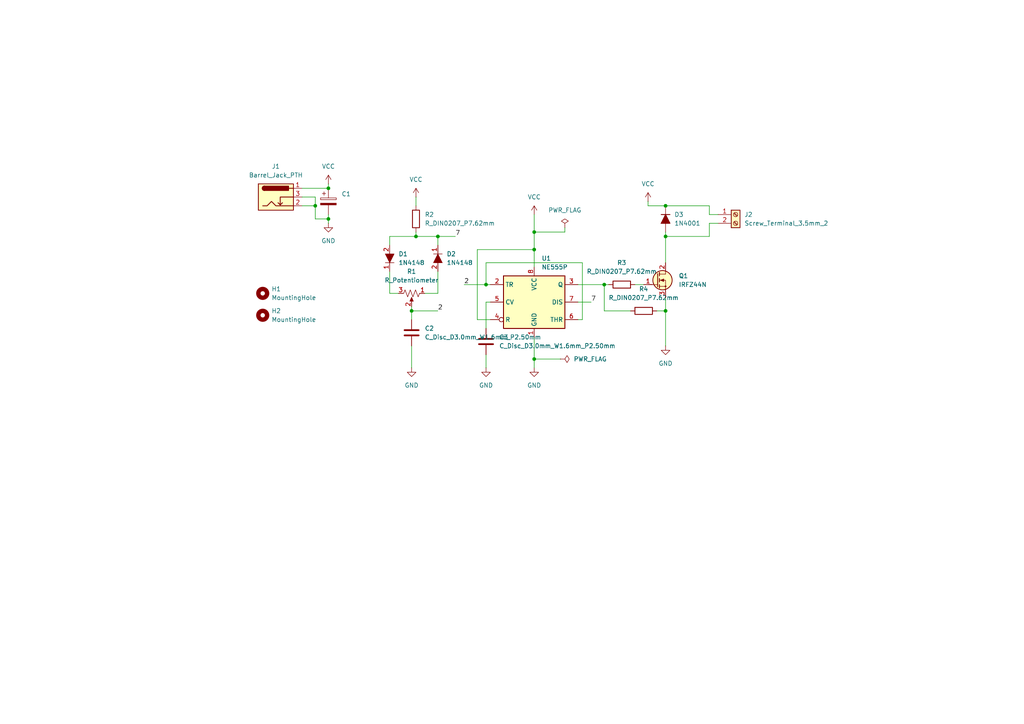
<source format=kicad_sch>
(kicad_sch (version 20250114) (generator "eeschema") (generator_version "9.0")
  (paper "A4")
  (lib_symbols
    (symbol "Mechanical:MountingHole" (pin_names (offset 1.016)) (exclude_from_sim yes) (in_bom no)
      (property "Reference" "H" (at 0 5.08 0))
      (property "Value" "MountingHole" (at 0 3.175 0))
      (symbol "MountingHole_0_1"
        (circle (center 0 0) (radius 1.27) (stroke (width 1.27)))
      )
    )
    (symbol "PCM_Capacitor_AKL:CP_Radial_D5.0mm_P2.00mm" (pin_numbers (hide yes)) (pin_names (offset 0.254))
      (property "Reference" "C" (at 0.635 2.54 0))
      (property "Value" "CP_Radial_D5.0mm_P2.00mm" (at 0.635 -2.54 0))
      (symbol "CP_Radial_D5.0mm_P2.00mm_0_1"
        (rectangle (start -2.286 1.016) (end 2.286 0.508))
        (polyline (pts (xy -1.778 2.286) (xy -0.762 2.286)))
        (polyline (pts (xy -1.27 2.794) (xy -1.27 1.778)))
        (rectangle (start 2.286 -0.508) (end -2.286 -1.016) (fill (type outline)))
      )
      (symbol "CP_Radial_D5.0mm_P2.00mm_0_2"
        (polyline (pts (xy -2.54 -2.54) (xy -0.6604 -0.6604)))
        (polyline (pts (xy -1.8796 0.6096) (xy 0.6096 -1.8796) (xy 0.9652 -1.524) (xy -1.524 0.9652) (xy -1.8796 0.6096)) (fill (type outline)))
        (polyline (pts (xy -0.9652 1.524) (xy 1.524 -0.9652) (xy 1.8796 -0.6096) (xy -0.6096 1.8796) (xy -0.9652 1.524)))
        (polyline (pts (xy 0 2.032) (xy 1.016 2.032)))
        (polyline (pts (xy 0.508 2.54) (xy 0.508 1.524)))
        (polyline (pts (xy 0.6604 0.6604) (xy 2.54 2.54)))
      )
      (symbol "CP_Radial_D5.0mm_P2.00mm_1_1"
        (pin passive line (at 0 3.81 270) (length 2.794) (name "~") (number "1"))
        (pin passive line (at 0 -3.81 90) (length 2.794) (name "~") (number "2"))
      )
      (symbol "CP_Radial_D5.0mm_P2.00mm_1_2"
        (pin passive line (at -2.54 -2.54 90) (length 0) (name "~") (number "2"))
        (pin passive line (at 2.54 2.54 270) (length 0) (name "~") (number "1"))
      )
    )
    (symbol "PCM_Capacitor_AKL:C_Disc_D3.0mm_W1.6mm_P2.50mm" (pin_numbers (hide yes)) (pin_names (offset 0.254))
      (property "Reference" "C" (at 0.635 2.54 0))
      (property "Value" "C_Disc_D3.0mm_W1.6mm_P2.50mm" (at 0.635 -2.54 0))
      (symbol "C_Disc_D3.0mm_W1.6mm_P2.50mm_0_1"
        (polyline (pts (xy -2.032 0.762) (xy 2.032 0.762)) (stroke (width 0.508)))
        (polyline (pts (xy -2.032 -0.762) (xy 2.032 -0.762)) (stroke (width 0.508)))
      )
      (symbol "C_Disc_D3.0mm_W1.6mm_P2.50mm_0_2"
        (polyline (pts (xy -2.54 -2.54) (xy -0.381 -0.381)))
        (polyline (pts (xy -0.508 -0.508) (xy -1.651 0.635)) (stroke (width 0.508)))
        (polyline (pts (xy -0.508 -0.508) (xy 0.635 -1.651)) (stroke (width 0.508)))
        (polyline (pts (xy 0.381 0.381) (xy 2.54 2.54)))
        (polyline (pts (xy 0.508 0.508) (xy -0.635 1.651)) (stroke (width 0.508)))
        (polyline (pts (xy 0.508 0.508) (xy 1.651 -0.635)) (stroke (width 0.508)))
      )
      (symbol "C_Disc_D3.0mm_W1.6mm_P2.50mm_1_1"
        (pin passive line (at 0 3.81 270) (length 2.794) (name "~") (number "1"))
        (pin passive line (at 0 -3.81 90) (length 2.794) (name "~") (number "2"))
      )
      (symbol "C_Disc_D3.0mm_W1.6mm_P2.50mm_1_2"
        (pin passive line (at -2.54 -2.54 90) (length 0) (name "~") (number "2"))
        (pin passive line (at 2.54 2.54 270) (length 0) (name "~") (number "1"))
      )
    )
    (symbol "PCM_Diode_AKL:1N4001" (pin_numbers (hide yes)) (pin_names (offset 1.016) (hide yes))
      (property "Reference" "D" (at 0 5.08 0))
      (property "Value" "1N4001" (at 0 2.54 0))
      (symbol "1N4001_0_1"
        (polyline (pts (xy -1.27 1.27) (xy -1.27 -1.27) (xy 1.27 0) (xy -1.27 1.27)) (stroke (width 0.254)) (fill (type outline)))
        (polyline (pts (xy -1.27 0) (xy 1.27 0)))
        (polyline (pts (xy 1.27 1.27) (xy 1.27 -1.27)) (stroke (width 0.254)))
      )
      (symbol "1N4001_0_2"
        (polyline (pts (xy -2.54 -2.54) (xy 2.54 2.54)))
        (polyline (pts (xy -0.889 -0.889) (xy -1.778 0) (xy 0.889 0.889) (xy 0 -1.778) (xy -0.889 -0.889)) (stroke (width 0.254)) (fill (type outline)))
        (polyline (pts (xy 0 1.778) (xy 1.778 0)) (stroke (width 0.254)))
      )
      (symbol "1N4001_1_1"
        (pin passive line (at -3.81 0 0) (length 2.54) (name "A") (number "2"))
        (pin passive line (at 3.81 0 180) (length 2.54) (name "K") (number "1"))
      )
      (symbol "1N4001_1_2"
        (pin passive line (at -2.54 -2.54 0) (length 0) (name "A") (number "2"))
        (pin passive line (at 2.54 2.54 180) (length 0) (name "K") (number "1"))
      )
    )
    (symbol "PCM_Resistor_AKL:R_DIN0207_P7.62mm" (pin_numbers (hide yes)) (pin_names (offset 0))
      (property "Reference" "R" (at 2.54 1.27 0))
      (property "Value" "R_DIN0207_P7.62mm" (at 2.54 -1.27 0))
      (symbol "R_DIN0207_P7.62mm_0_1"
        (rectangle (start -1.016 2.54) (end 1.016 -2.54) (stroke (width 0.254)))
      )
      (symbol "R_DIN0207_P7.62mm_0_2"
        (polyline (pts (xy -2.54 -2.54) (xy -1.524 -1.524)))
        (polyline (pts (xy 1.524 1.524) (xy 2.54 2.54)))
        (polyline (pts (xy 1.524 1.524) (xy 0.889 2.159) (xy -2.159 -0.889) (xy -0.889 -2.159) (xy 2.159 0.889) (xy 1.524 1.524)) (stroke (width 0.254)))
      )
      (symbol "R_DIN0207_P7.62mm_1_1"
        (pin passive line (at 0 3.81 270) (length 1.27) (name "~") (number "1"))
        (pin passive line (at 0 -3.81 90) (length 1.27) (name "~") (number "2"))
      )
      (symbol "R_DIN0207_P7.62mm_1_2"
        (pin passive line (at -2.54 -2.54 0) (length 0) (name "") (number "2"))
        (pin passive line (at 2.54 2.54 180) (length 0) (name "") (number "1"))
      )
    )
    (symbol "PCM_Transistor_MOSFET_AKL:IRFZ44N" (pin_names (hide yes))
      (property "Reference" "Q" (at 5.08 1.27 0))
      (property "Value" "IRFZ44N" (at 5.08 -1.27 0))
      (symbol "IRFZ44N_0_1"
        (polyline (pts (xy 0.254 1.905) (xy 0.254 -1.905)) (stroke (width 0.254)))
        (polyline (pts (xy 0.254 -1.27) (xy -2.54 -1.27)))
        (polyline (pts (xy 0.762 2.286) (xy 0.762 1.27)) (stroke (width 0.254)))
        (polyline (pts (xy 0.762 0.508) (xy 0.762 -0.508)) (stroke (width 0.254)))
        (polyline (pts (xy 0.762 -1.27) (xy 0.762 -2.286)) (stroke (width 0.254)))
        (polyline (pts (xy 0.762 -1.778) (xy 2.54 -1.778)))
        (polyline (pts (xy 1.016 0) (xy 2.032 0.381) (xy 2.032 -0.381) (xy 1.016 0)) (fill (type outline)))
        (circle (center 1.651 0) (radius 2.794) (stroke (width 0.254)) (fill (type background)))
        (polyline (pts (xy 2.54 2.54) (xy 2.54 1.778)))
        (polyline (pts (xy 2.54 1.778) (xy 0.762 1.778)))
        (circle (center 2.54 -1.778) (radius 0.1778) (fill (type outline)))
        (polyline (pts (xy 2.54 -2.54) (xy 2.54 0) (xy 0.762 0)))
      )
      (symbol "IRFZ44N_1_1"
        (pin input line (at -3.81 -1.27 0) (length 2.54) (name "G") (number "1"))
        (pin passive line (at 2.54 5.08 270) (length 2.54) (name "D") (number "2"))
        (pin passive line (at 2.54 -5.08 90) (length 2.54) (name "S") (number "3"))
      )
    )
    (symbol "SparkFun-Connector:Barrel_Jack_PTH" (pin_names (hide yes))
      (property "Reference" "J" (at 0 5.334 0))
      (property "Value" "Barrel_Jack_PTH" (at 0 -5.08 0))
      (symbol "Barrel_Jack_PTH_0_1"
        (rectangle (start -5.08 3.81) (end 5.08 -3.81) (stroke (width 0.254)) (fill (type background)))
        (polyline (pts (xy -3.81 -2.54) (xy -2.54 -2.54) (xy -1.27 -1.27) (xy 0 -2.54) (xy 2.54 -2.54) (xy 5.08 -2.54)) (stroke (width 0.254)))
        (arc (start -3.302 1.905) (mid -3.9343 2.54) (end -3.302 3.175) (stroke (width 0.254)))
        (arc (start -3.302 1.905) (mid -3.9343 2.54) (end -3.302 3.175) (stroke (width 0.254)) (fill (type outline)))
        (polyline (pts (xy 1.27 -2.286) (xy 1.905 -1.651)) (stroke (width 0.254)))
        (rectangle (start 3.683 3.175) (end -3.302 1.905) (stroke (width 0.254)) (fill (type outline)))
        (polyline (pts (xy 5.08 2.54) (xy 3.81 2.54)) (stroke (width 0.254)))
        (polyline (pts (xy 5.08 0) (xy 1.27 0) (xy 1.27 -2.286) (xy 0.635 -1.651)) (stroke (width 0.254)))
      )
      (symbol "Barrel_Jack_PTH_1_1"
        (pin passive line (at 7.62 2.54 180) (length 2.54) (name "PWR") (number "1"))
        (pin passive line (at 7.62 0 180) (length 2.54) (name "GNDBREAK") (number "3"))
        (pin passive line (at 7.62 -2.54 180) (length 2.54) (name "GND") (number "2"))
      )
    )
    (symbol "SparkFun-Connector:Screw_Terminal_3.5mm_2" (pin_names (offset 1.016) (hide yes))
      (property "Reference" "J" (at 0 3.81 0))
      (property "Value" "Screw_Terminal_3.5mm_2" (at 0 -3.81 0))
      (symbol "Screw_Terminal_3.5mm_2_1_1"
        (rectangle (start -1.27 2.54) (end 1.27 -2.54) (stroke (width 0.254)) (fill (type background)))
        (polyline (pts (xy -0.5334 1.6002) (xy 0.3302 0.762)) (stroke (width 0.1524)))
        (polyline (pts (xy -0.5334 -0.9398) (xy 0.3302 -1.778)) (stroke (width 0.1524)))
        (polyline (pts (xy -0.3556 1.778) (xy 0.508 0.9398)) (stroke (width 0.1524)))
        (polyline (pts (xy -0.3556 -0.762) (xy 0.508 -1.6002)) (stroke (width 0.1524)))
        (circle (center 0 1.27) (radius 0.635) (stroke (width 0.1524)))
        (circle (center 0 -1.27) (radius 0.635) (stroke (width 0.1524)))
        (pin passive line (at -5.08 1.27 0) (length 3.81) (name "Pin_1") (number "1"))
        (pin passive line (at -5.08 -1.27 0) (length 3.81) (name "Pin_2") (number "2"))
      )
    )
    (symbol "SparkFun-Resistor:R_Potentiometer" (pin_names (offset 1.016) (hide yes))
      (property "Reference" "R" (at 0 2.54 0))
      (property "Value" "R_Potentiometer" (at 10.16 -2.54 0))
      (symbol "R_Potentiometer_0_1"
        (polyline (pts (xy -2.286 0) (xy -2.54 0)))
        (polyline (pts (xy -0.762 0) (xy -1.143 -1.016) (xy -1.524 0) (xy -1.905 1.016) (xy -2.286 0)))
        (polyline (pts (xy 0 -1.143) (xy 0.508 -2.286) (xy -0.508 -2.286) (xy 0 -1.143)) (fill (type outline)))
        (polyline (pts (xy 0 -2.54) (xy 0 -1.524)))
        (polyline (pts (xy 0.762 0) (xy 0.381 -1.016) (xy 0 0) (xy -0.381 1.016) (xy -0.762 0)))
        (polyline (pts (xy 2.286 0) (xy 1.905 -1.016) (xy 1.524 0) (xy 1.143 1.016) (xy 0.762 0)))
        (polyline (pts (xy 2.54 0) (xy 2.286 0)))
      )
      (symbol "R_Potentiometer_1_1"
        (pin passive line (at -3.81 0 0) (length 1.27) (name "3") (number "3"))
        (pin passive line (at 0 -3.81 90) (length 1.27) (name "2") (number "2"))
        (pin passive line (at 3.81 0 180) (length 1.27) (name "1") (number "1"))
      )
    )
    (symbol "Timer:NE555P"
      (property "Reference" "U" (at -10.16 8.89 0))
      (property "Value" "NE555P" (at 2.54 8.89 0))
      (symbol "NE555P_0_0"
        (pin power_in line (at 0 10.16 270) (length 2.54) (name "VCC") (number "8"))
        (pin power_in line (at 0 -10.16 90) (length 2.54) (name "GND") (number "1"))
      )
      (symbol "NE555P_0_1"
        (rectangle (start -8.89 -7.62) (end 8.89 7.62) (stroke (width 0.254)) (fill (type background)))
        (rectangle (start -8.89 -7.62) (end 8.89 7.62) (stroke (width 0.254)) (fill (type background)))
      )
      (symbol "NE555P_1_1"
        (pin input line (at -12.7 5.08 0) (length 3.81) (name "TR") (number "2"))
        (pin input line (at -12.7 0 0) (length 3.81) (name "CV") (number "5"))
        (pin input inverted (at -12.7 -5.08 0) (length 3.81) (name "R") (number "4"))
        (pin output line (at 12.7 5.08 180) (length 3.81) (name "Q") (number "3"))
        (pin input line (at 12.7 0 180) (length 3.81) (name "DIS") (number "7"))
        (pin input line (at 12.7 -5.08 180) (length 3.81) (name "THR") (number "6"))
      )
    )
    (symbol "dk_Diodes-Rectifiers-Single:1N4148" (pin_names (offset 1.016))
      (property "Reference" "D" (at 0 3.81 0))
      (property "Value" "1N4148" (at 1.27 -3.81 0))
      (symbol "1N4148_0_1"
        (polyline (pts (xy 0 1.27) (xy 0 -1.27)))
        (polyline (pts (xy 0 0) (xy 2.54 0)))
        (polyline (pts (xy 2.54 1.27) (xy 2.54 -1.27) (xy 0 0) (xy 2.54 1.27)) (fill (type outline)))
      )
      (symbol "1N4148_1_1"
        (pin passive line (at -2.54 0 0) (length 2.54) (name "~") (number "1"))
        (pin passive line (at 5.08 0 180) (length 2.54) (name "~") (number "2"))
      )
    )
    (symbol "power:GND" (power) (pin_numbers (hide yes)) (pin_names (offset 0) (hide yes))
      (property "Value" "GND" (at 0 -3.81 0))
      (symbol "GND_0_1"
        (polyline (pts (xy 0 0) (xy 0 -1.27) (xy 1.27 -1.27) (xy 0 -2.54) (xy -1.27 -1.27) (xy 0 -1.27)))
      )
      (symbol "GND_1_1"
        (pin power_in line (at 0 0 270) (length 0) (name "~") (number "1"))
      )
    )
    (symbol "power:PWR_FLAG" (power) (pin_numbers (hide yes)) (pin_names (offset 0) (hide yes))
      (property "Value" "PWR_FLAG" (at 0 3.81 0))
      (symbol "PWR_FLAG_0_0"
        (pin power_out line (at 0 0 90) (length 0) (name "~") (number "1"))
      )
      (symbol "PWR_FLAG_0_1"
        (polyline (pts (xy 0 0) (xy 0 1.27) (xy -1.016 1.905) (xy 0 2.54) (xy 1.016 1.905) (xy 0 1.27)))
      )
    )
    (symbol "power:VCC" (power) (pin_numbers (hide yes)) (pin_names (offset 0) (hide yes))
      (property "Value" "VCC" (at 0 3.556 0))
      (symbol "VCC_0_1"
        (polyline (pts (xy -0.762 1.27) (xy 0 2.54)))
        (polyline (pts (xy 0 2.54) (xy 0.762 1.27)))
        (polyline (pts (xy 0 0) (xy 0 2.54)))
      )
      (symbol "VCC_1_1"
        (pin power_in line (at 0 0 90) (length 0) (name "~") (number "1"))
      )
    )
  )
  (junction (at 175.26 82.55))
  (junction (at 193.04 90.17))
  (junction (at 120.65 68.58))
  (junction (at 95.25 63.5))
  (junction (at 127 68.58))
  (junction (at 193.04 68.58))
  (junction (at 193.04 59.69))
  (junction (at 154.94 67.31))
  (junction (at 91.44 59.69))
  (junction (at 140.97 82.55))
  (junction (at 95.25 54.61))
  (junction (at 154.94 104.14))
  (junction (at 119.38 90.17))
  (junction (at 154.94 72.39))
  (wire (pts (xy 91.44 57.15) (xy 91.44 59.69)))
  (wire (pts (xy 119.38 92.71) (xy 119.38 90.17)))
  (wire (pts (xy 87.63 54.61) (xy 95.25 54.61)))
  (wire (pts (xy 140.97 82.55) (xy 142.24 82.55)))
  (wire (pts (xy 154.94 97.79) (xy 154.94 104.14)))
  (wire (pts (xy 138.43 92.71) (xy 138.43 72.39)))
  (wire (pts (xy 120.65 68.58) (xy 127 68.58)))
  (wire (pts (xy 134.62 82.55) (xy 140.97 82.55)))
  (wire (pts (xy 140.97 76.2) (xy 140.97 82.55)))
  (wire (pts (xy 120.65 68.58) (xy 113.03 68.58)))
  (wire (pts (xy 127 85.09) (xy 127 78.74)))
  (wire (pts (xy 190.5 90.17) (xy 193.04 90.17)))
  (wire (pts (xy 168.91 92.71) (xy 168.91 76.2)))
  (wire (pts (xy 140.97 95.25) (xy 140.97 87.63)))
  (wire (pts (xy 175.26 82.55) (xy 176.53 82.55)))
  (wire (pts (xy 167.64 82.55) (xy 175.26 82.55)))
  (wire (pts (xy 205.74 64.77) (xy 205.74 68.58)))
  (wire (pts (xy 193.04 86.36) (xy 193.04 90.17)))
  (wire (pts (xy 193.04 90.17) (xy 193.04 100.33)))
  (wire (pts (xy 132.08 68.58) (xy 127 68.58)))
  (wire (pts (xy 205.74 59.69) (xy 205.74 62.23)))
  (wire (pts (xy 184.15 82.55) (xy 186.69 82.55)))
  (wire (pts (xy 182.88 90.17) (xy 175.26 90.17)))
  (wire (pts (xy 193.04 59.69) (xy 205.74 59.69)))
  (wire (pts (xy 119.38 88.9) (xy 119.38 90.17)))
  (wire (pts (xy 113.03 68.58) (xy 113.03 71.12)))
  (wire (pts (xy 154.94 67.31) (xy 154.94 72.39)))
  (wire (pts (xy 154.94 104.14) (xy 154.94 106.68)))
  (wire (pts (xy 187.96 58.42) (xy 187.96 59.69)))
  (wire (pts (xy 167.64 87.63) (xy 171.45 87.63)))
  (wire (pts (xy 95.25 53.34) (xy 95.25 54.61)))
  (wire (pts (xy 91.44 63.5) (xy 95.25 63.5)))
  (wire (pts (xy 87.63 57.15) (xy 91.44 57.15)))
  (wire (pts (xy 175.26 90.17) (xy 175.26 82.55)))
  (wire (pts (xy 95.25 63.5) (xy 95.25 64.77)))
  (wire (pts (xy 154.94 104.14) (xy 162.56 104.14)))
  (wire (pts (xy 120.65 67.31) (xy 120.65 68.58)))
  (wire (pts (xy 119.38 100.33) (xy 119.38 106.68)))
  (wire (pts (xy 167.64 92.71) (xy 168.91 92.71)))
  (wire (pts (xy 138.43 72.39) (xy 154.94 72.39)))
  (wire (pts (xy 87.63 59.69) (xy 91.44 59.69)))
  (wire (pts (xy 95.25 62.23) (xy 95.25 63.5)))
  (wire (pts (xy 154.94 62.23) (xy 154.94 67.31)))
  (wire (pts (xy 193.04 76.2) (xy 193.04 68.58)))
  (wire (pts (xy 119.38 90.17) (xy 127 90.17)))
  (wire (pts (xy 163.83 66.04) (xy 163.83 67.31)))
  (wire (pts (xy 140.97 102.87) (xy 140.97 106.68)))
  (wire (pts (xy 163.83 67.31) (xy 154.94 67.31)))
  (wire (pts (xy 113.03 78.74) (xy 113.03 85.09)))
  (wire (pts (xy 120.65 57.15) (xy 120.65 59.69)))
  (wire (pts (xy 205.74 62.23) (xy 208.28 62.23)))
  (wire (pts (xy 193.04 67.31) (xy 193.04 68.58)))
  (wire (pts (xy 208.28 64.77) (xy 205.74 64.77)))
  (wire (pts (xy 193.04 68.58) (xy 205.74 68.58)))
  (wire (pts (xy 142.24 92.71) (xy 138.43 92.71)))
  (wire (pts (xy 113.03 85.09) (xy 115.57 85.09)))
  (wire (pts (xy 127 71.12) (xy 127 68.58)))
  (wire (pts (xy 154.94 72.39) (xy 154.94 77.47)))
  (wire (pts (xy 140.97 87.63) (xy 142.24 87.63)))
  (wire (pts (xy 91.44 59.69) (xy 91.44 63.5)))
  (wire (pts (xy 123.19 85.09) (xy 127 85.09)))
  (wire (pts (xy 187.96 59.69) (xy 193.04 59.69)))
  (wire (pts (xy 168.91 76.2) (xy 140.97 76.2)))
  (label "7" (at 171.45 87.63 0))
  (label "7" (at 132.08 68.58 0))
  (label "2" (at 127 90.17 0))
  (label "2" (at 134.62 82.55 0))
  (symbol (lib_id "PCM_Capacitor_AKL:C_Disc_D3.0mm_W1.6mm_P2.50mm") (at 140.97 99.06 0) (unit 1)
    (property "Reference" "C3" (at 144.78 97.7899 0) (effects (justify left)))
    (property "Value" "C_Disc_D3.0mm_W1.6mm_P2.50mm" (at 144.78 100.3299 0) (effects (justify left)))
    (property "Footprint" "PCM_Capacitor_THT_AKL:C_Disc_D3.0mm_W1.6mm_P2.50mm" (effects (hide yes)))
    (property "Description" "THT Ceramic Disc Capacitor, 3.0mm Diameter, 1.6mm Width, 2.50mm Pitch, Alternate KiCad Library" (effects (hide yes)))
  )
  (symbol (lib_id "SparkFun-Connector:Barrel_Jack_PTH") (at 80.01 57.15 0) (unit 1)
    (property "Reference" "J1" (at 80.01 48.26 0))
    (property "Value" "Barrel_Jack_PTH" (at 80.01 50.8 0))
    (property "Footprint" "Connector_BarrelJack:BarrelJack_GCT_DCJ200-10-A_Horizontal" (effects (hide yes)))
    (property "Datasheet" "https://www.sparkfun.com/datasheets/Prototyping/Barrel-Connector-PJ-202A.pdf" (effects (hide yes)))
    (property "Description" "DC Barrel Jack with an internal switch" (effects (hide yes)))
    (property "PROD_ID" "CONN-08197" (effects (hide yes)))
  )
  (symbol (lib_id "dk_Diodes-Rectifiers-Single:1N4148") (at 113.03 76.2 90) (unit 1)
    (property "Reference" "D1" (at 115.57 73.6599 90) (effects (justify right)))
    (property "Value" "1N4148" (at 115.57 76.1999 90) (effects (justify right)))
    (property "Footprint" "digikey-footprints:Diode_DO-35_P10mm" (effects (hide yes)))
    (property "Datasheet" "https://www.onsemi.com/pub/Collateral/1N914-D.PDF" (effects (hide yes)))
    (property "Description" "DIODE GEN PURP 100V 200MA DO35" (effects (hide yes)))
    (property "Digi-Key_PN" "1N4148FS-ND" (effects (hide yes)))
    (property "MPN" "1N4148" (effects (hide yes)))
    (property "Category" "Discrete Semiconductor Products" (effects (hide yes)))
    (property "Family" "Diodes - Rectifiers - Single" (effects (hide yes)))
    (property "DK_Datasheet_Link" "https://www.onsemi.com/pub/Collateral/1N914-D.PDF" (effects (hide yes)))
    (property "DK_Detail_Page" "/product-detail/en/on-semiconductor/1N4148/1N4148FS-ND/458603" (effects (hide yes)))
    (property "Description_1" "DIODE GEN PURP 100V 200MA DO35" (effects (hide yes)))
    (property "Manufacturer" "ON Semiconductor" (effects (hide yes)))
    (property "Status" "Active" (effects (hide yes)))
  )
  (symbol (lib_id "Timer:NE555P") (at 154.94 87.63 0) (unit 1)
    (property "Reference" "U1" (at 157.0833 74.93 0) (effects (justify left)))
    (property "Value" "NE555P" (at 157.0833 77.47 0) (effects (justify left)))
    (property "Footprint" "Package_DIP:DIP-8_W7.62mm" (effects (hide yes)))
    (property "Datasheet" "http://www.ti.com/lit/ds/symlink/ne555.pdf" (effects (hide yes)))
    (property "Description" "Precision Timers, 555 compatible,  PDIP-8" (effects (hide yes)))
  )
  (symbol (lib_id "dk_Diodes-Rectifiers-Single:1N4148") (at 127 73.66 270) (unit 1)
    (property "Reference" "D2" (at 129.54 73.6599 90) (effects (justify left)))
    (property "Value" "1N4148" (at 129.54 76.1999 90) (effects (justify left)))
    (property "Footprint" "digikey-footprints:Diode_DO-35_P10mm" (effects (hide yes)))
    (property "Datasheet" "https://www.onsemi.com/pub/Collateral/1N914-D.PDF" (effects (hide yes)))
    (property "Description" "DIODE GEN PURP 100V 200MA DO35" (effects (hide yes)))
    (property "Digi-Key_PN" "1N4148FS-ND" (effects (hide yes)))
    (property "MPN" "1N4148" (effects (hide yes)))
    (property "Category" "Discrete Semiconductor Products" (effects (hide yes)))
    (property "Family" "Diodes - Rectifiers - Single" (effects (hide yes)))
    (property "DK_Datasheet_Link" "https://www.onsemi.com/pub/Collateral/1N914-D.PDF" (effects (hide yes)))
    (property "DK_Detail_Page" "/product-detail/en/on-semiconductor/1N4148/1N4148FS-ND/458603" (effects (hide yes)))
    (property "Description_1" "DIODE GEN PURP 100V 200MA DO35" (effects (hide yes)))
    (property "Manufacturer" "ON Semiconductor" (effects (hide yes)))
    (property "Status" "Active" (effects (hide yes)))
  )
  (symbol (lib_id "power:GND") (at 193.04 100.33 0) (unit 1)
    (property "Reference" "#PWR09" (effects (hide yes)))
    (property "Value" "GND" (at 193.04 105.41 0))
    (property "Description" "Power symbol creates a global label with name \"GND\" , ground" (effects (hide yes)))
  )
  (symbol (lib_id "PCM_Transistor_MOSFET_AKL:IRFZ44N") (at 190.5 81.28 0) (unit 1)
    (property "Reference" "Q1" (at 196.85 80.0099 0) (effects (justify left)))
    (property "Value" "IRFZ44N" (at 196.85 82.5499 0) (effects (justify left)))
    (property "Footprint" "PCM_Package_TO_SOT_THT_AKL:TO-220-3_Vertical_GDS" (effects (hide yes)))
    (property "Datasheet" "https://www.tme.eu/Document/057c54506cb7c07cd36d9e96d4a41c5b/irfz44n.pdf" (effects (hide yes)))
    (property "Description" "TO-220 N-MOSFET enchancement mode transistor, 55V, 49A, 94W, Alternate KiCAD Library" (effects (hide yes)))
  )
  (symbol (lib_id "SparkFun-Resistor:R_Potentiometer") (at 119.38 85.09 0) (unit 1)
    (property "Reference" "R1" (at 119.38 78.74 0))
    (property "Value" "R_Potentiometer" (at 119.38 81.28 0))
    (property "Footprint" "SparkFun-Resistor:Bourns-PDB18" (effects (hide yes)))
    (property "Datasheet" "https://www.bourns.com/docs/Product-Datasheets/PDB18.pdf" (effects (hide yes)))
    (property "Description" "Potentiometer" (effects (hide yes)))
  )
  (symbol (lib_id "power:GND") (at 119.38 106.68 0) (unit 1)
    (property "Reference" "#PWR03" (effects (hide yes)))
    (property "Value" "GND" (at 119.38 111.76 0))
    (property "Description" "Power symbol creates a global label with name \"GND\" , ground" (effects (hide yes)))
  )
  (symbol (lib_id "PCM_Diode_AKL:1N4001") (at 193.04 63.5 90) (unit 1)
    (property "Reference" "D3" (at 195.58 62.2299 90) (effects (justify right)))
    (property "Value" "1N4001" (at 195.58 64.7699 90) (effects (justify right)))
    (property "Footprint" "PCM_Diode_THT_AKL:D_DO-41_SOD81_P7.62mm_Horizontal" (effects (hide yes)))
    (property "Datasheet" "https://www.tme.eu/Document/5f8ffc5ac30fc86bac97d66040bf5502/1n400x.pdf" (effects (hide yes)))
    (property "Description" "DO-41 Diode, Rectifier, 50V 1A, Alternate KiCad Library" (effects (hide yes)))
  )
  (symbol (lib_id "SparkFun-Connector:Screw_Terminal_3.5mm_2") (at 213.36 63.5 0) (unit 1)
    (property "Reference" "J2" (at 215.9 62.2299 0) (effects (justify left)))
    (property "Value" "Screw_Terminal_3.5mm_2" (at 215.9 64.7699 0) (effects (justify left)))
    (property "Footprint" "TerminalBlock_4Ucon:TerminalBlock_4Ucon_1x02_P3.50mm_Horizontal" (effects (hide yes)))
    (property "Datasheet" "https://cdn.sparkfun.com/assets/8/5/e/4/d/ASS_4091_CO.pdf" (effects (hide yes)))
    (property "Description" "Screw terminal" (effects (hide yes)))
    (property "PROD_ID" "CONN-08399" (effects (hide yes)))
  )
  (symbol (lib_id "PCM_Capacitor_AKL:C_Disc_D3.0mm_W1.6mm_P2.50mm") (at 119.38 96.52 0) (unit 1)
    (property "Reference" "C2" (at 123.19 95.2499 0) (effects (justify left)))
    (property "Value" "C_Disc_D3.0mm_W1.6mm_P2.50mm" (at 123.19 97.7899 0) (effects (justify left)))
    (property "Footprint" "PCM_Capacitor_THT_AKL:C_Disc_D3.0mm_W1.6mm_P2.50mm" (effects (hide yes)))
    (property "Description" "THT Ceramic Disc Capacitor, 3.0mm Diameter, 1.6mm Width, 2.50mm Pitch, Alternate KiCad Library" (effects (hide yes)))
  )
  (symbol (lib_id "power:PWR_FLAG") (at 162.56 104.14 270) (unit 1)
    (property "Reference" "#FLG01" (effects (hide yes)))
    (property "Value" "PWR_FLAG" (at 166.37 104.1399 90) (effects (justify left)))
    (property "Description" "Special symbol for telling ERC where power comes from" (effects (hide yes)))
  )
  (symbol (lib_id "power:VCC") (at 154.94 62.23 0) (unit 1)
    (property "Reference" "#PWR06" (effects (hide yes)))
    (property "Value" "VCC" (at 154.94 57.15 0))
    (property "Description" "Power symbol creates a global label with name \"VCC\"" (effects (hide yes)))
  )
  (symbol (lib_id "PCM_Resistor_AKL:R_DIN0207_P7.62mm") (at 180.34 82.55 90) (unit 1)
    (property "Reference" "R3" (at 180.34 76.2 90))
    (property "Value" "R_DIN0207_P7.62mm" (at 180.34 78.74 90))
    (property "Footprint" "PCM_Resistor_THT_AKL:R_Axial_DIN0207_L6.3mm_D2.5mm_P7.62mm_Horizontal" (effects (hide yes)))
    (property "Description" "THT 0207 Resistor, 7.62mm Pin Pitch, European Symbol, Alternate KiCad Library" (effects (hide yes)))
  )
  (symbol (lib_id "power:VCC") (at 120.65 57.15 0) (unit 1)
    (property "Reference" "#PWR04" (effects (hide yes)))
    (property "Value" "VCC" (at 120.65 52.07 0))
    (property "Description" "Power symbol creates a global label with name \"VCC\"" (effects (hide yes)))
  )
  (symbol (lib_id "power:PWR_FLAG") (at 163.83 66.04 0) (unit 1)
    (property "Reference" "#FLG02" (effects (hide yes)))
    (property "Value" "PWR_FLAG" (at 163.83 60.96 0))
    (property "Description" "Special symbol for telling ERC where power comes from" (effects (hide yes)))
  )
  (symbol (lib_id "power:GND") (at 154.94 106.68 0) (unit 1)
    (property "Reference" "#PWR07" (effects (hide yes)))
    (property "Value" "GND" (at 154.94 111.76 0))
    (property "Description" "Power symbol creates a global label with name \"GND\" , ground" (effects (hide yes)))
  )
  (symbol (lib_id "Mechanical:MountingHole") (at 76.2 91.44 0) (unit 1) (in_bom no)
    (property "Reference" "H2" (at 78.74 90.1699 0) (effects (justify left)))
    (property "Value" "MountingHole" (at 78.74 92.7099 0) (effects (justify left)))
    (property "Footprint" "MountingHole:MountingHole_2.2mm_M2_DIN965" (effects (hide yes)))
    (property "Description" "Mounting Hole without connection" (effects (hide yes)))
  )
  (symbol (lib_id "PCM_Resistor_AKL:R_DIN0207_P7.62mm") (at 186.69 90.17 90) (unit 1)
    (property "Reference" "R4" (at 186.69 83.82 90))
    (property "Value" "R_DIN0207_P7.62mm" (at 186.69 86.36 90))
    (property "Footprint" "PCM_Resistor_THT_AKL:R_Axial_DIN0207_L6.3mm_D2.5mm_P7.62mm_Horizontal" (effects (hide yes)))
    (property "Description" "THT 0207 Resistor, 7.62mm Pin Pitch, European Symbol, Alternate KiCad Library" (effects (hide yes)))
  )
  (symbol (lib_id "PCM_Capacitor_AKL:CP_Radial_D5.0mm_P2.00mm") (at 95.25 58.42 0) (unit 1)
    (property "Reference" "C1" (at 99.06 56.2609 0) (effects (justify left)))
    (property "Value" "CP_Radial_D5.0mm_P2.00mm" (effects (hide yes)))
    (property "Footprint" "PCM_Capacitor_THT_AKL:CP_Radial_D5.0mm_P2.00mm" (effects (hide yes)))
    (property "Description" "THT Electrolytic Capacitor, 5.0mm Diameter, 2.00mm Pitch, European Symbol, Alternate KiCad Library" (effects (hide yes)))
  )
  (symbol (lib_id "PCM_Resistor_AKL:R_DIN0207_P7.62mm") (at 120.65 63.5 180) (unit 1)
    (property "Reference" "R2" (at 123.19 62.2299 0) (effects (justify right)))
    (property "Value" "R_DIN0207_P7.62mm" (at 123.19 64.7699 0) (effects (justify right)))
    (property "Footprint" "PCM_Resistor_THT_AKL:R_Axial_DIN0207_L6.3mm_D2.5mm_P7.62mm_Horizontal" (effects (hide yes)))
    (property "Description" "THT 0207 Resistor, 7.62mm Pin Pitch, European Symbol, Alternate KiCad Library" (effects (hide yes)))
  )
  (symbol (lib_id "power:VCC") (at 95.25 53.34 0) (unit 1)
    (property "Reference" "#PWR01" (effects (hide yes)))
    (property "Value" "VCC" (at 95.25 48.26 0))
    (property "Description" "Power symbol creates a global label with name \"VCC\"" (effects (hide yes)))
  )
  (symbol (lib_id "power:VCC") (at 187.96 58.42 0) (unit 1)
    (property "Reference" "#PWR08" (effects (hide yes)))
    (property "Value" "VCC" (at 187.96 53.34 0))
    (property "Description" "Power symbol creates a global label with name \"VCC\"" (effects (hide yes)))
  )
  (symbol (lib_id "Mechanical:MountingHole") (at 76.2 85.09 0) (unit 1) (in_bom no)
    (property "Reference" "H1" (at 78.74 83.8199 0) (effects (justify left)))
    (property "Value" "MountingHole" (at 78.74 86.3599 0) (effects (justify left)))
    (property "Footprint" "MountingHole:MountingHole_2.2mm_M2_DIN965" (effects (hide yes)))
    (property "Description" "Mounting Hole without connection" (effects (hide yes)))
  )
  (symbol (lib_id "power:GND") (at 95.25 64.77 0) (unit 1)
    (property "Reference" "#PWR02" (effects (hide yes)))
    (property "Value" "GND" (at 95.25 69.85 0))
    (property "Description" "Power symbol creates a global label with name \"GND\" , ground" (effects (hide yes)))
  )
  (symbol (lib_id "power:GND") (at 140.97 106.68 0) (unit 1)
    (property "Reference" "#PWR05" (effects (hide yes)))
    (property "Value" "GND" (at 140.97 111.76 0))
    (property "Description" "Power symbol creates a global label with name \"GND\" , ground" (effects (hide yes)))
  )
)
</source>
